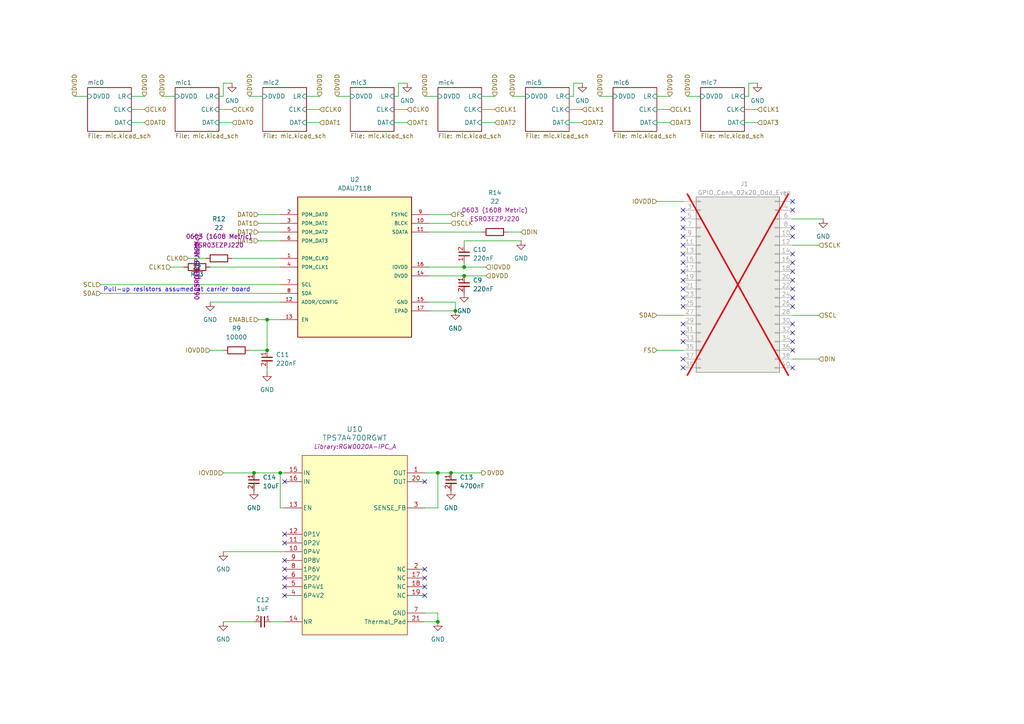
<source format=kicad_sch>
(kicad_sch (version 20250114) (generator "eeschema") (generator_version "9.0")
  (paper "A4")
  (title_block (title "Flycatcher") (date "2025-06-14") (rev "1"))
  (lib_symbols
    (symbol "power:GND" (power) (pin_numbers (hide yes)) (pin_names (offset 0) (hide yes))
      (property "Value" "GND" (at 0 -3.81 0))
      (symbol "GND_0_1"
        (polyline (pts (xy 0 0) (xy 0 -1.27) (xy 1.27 -1.27) (xy 0 -2.54) (xy -1.27 -1.27) (xy 0 -1.27)))
      )
      (symbol "GND_1_1"
        (pin power_in line (at 0 0 270) (length 0) (name "~") (number "1"))
      )
    )
    (symbol "recorder:ADAU7118" (pin_names (offset 1.016))
      (property "Reference" "U" (at 5.08 20.32 0))
      (property "Value" "ADAU7118" (at 5.08 17.78 0))
      (symbol "ADAU7118_0_0"
        (rectangle (start -17.78 17.78) (end 15.24 -22.86) (stroke (width 0.254)) (fill (type background)))
        (pin input line (at -22.86 12.7 0) (length 5.08) (name "PDM_DAT0") (number "2"))
        (pin input line (at -22.86 10.16 0) (length 5.08) (name "PDM_DAT1") (number "3"))
        (pin input line (at -22.86 7.62 0) (length 5.08) (name "PDM_DAT2") (number "5"))
        (pin input line (at -22.86 5.08 0) (length 5.08) (name "PDM_DAT3") (number "6"))
        (pin output line (at -22.86 0 0) (length 5.08) (name "PDM_CLK0") (number "1"))
        (pin output line (at -22.86 -2.54 0) (length 5.08) (name "PDM_CLK1") (number "4"))
        (pin input line (at -22.86 -7.62 0) (length 5.08) (name "SCL") (number "7"))
        (pin bidirectional line (at -22.86 -10.16 0) (length 5.08) (name "SDA") (number "8"))
        (pin bidirectional line (at -22.86 -12.7 0) (length 5.08) (name "ADDR/CONFIG") (number "12"))
        (pin input line (at -22.86 -17.78 0) (length 5.08) (name "EN") (number "13"))
        (pin input line (at 20.32 12.7 180) (length 5.08) (name "FSYNC") (number "9"))
        (pin input line (at 20.32 10.16 180) (length 5.08) (name "BLCK") (number "10"))
        (pin output line (at 20.32 7.62 180) (length 5.08) (name "SDATA") (number "11"))
        (pin power_in line (at 20.32 -2.54 180) (length 5.08) (name "IOVDD") (number "16"))
        (pin power_in line (at 20.32 -5.08 180) (length 5.08) (name "DVDD") (number "14"))
        (pin power_in line (at 20.32 -12.7 180) (length 5.08) (name "GND") (number "15"))
        (pin power_in line (at 20.32 -15.24 180) (length 5.08) (name "EPAD") (number "17"))
      )
    )
    (symbol "recorder:C_10uF" (pin_names (offset 0) (hide yes))
      (symbol "C_10uF_0_1"
        (polyline (pts (xy -1.524 0.508) (xy 1.524 0.508)) (stroke (width 0.3048)))
        (polyline (pts (xy -1.524 -0.508) (xy 1.524 -0.508)) (stroke (width 0.3302)))
      )
      (symbol "C_10uF_1_1"
        (pin passive line (at 0 2.54 270) (length 2.032) (name "~") (number "1"))
        (pin passive line (at 0 -2.54 90) (length 2.032) (name "~") (number "2"))
      )
    )
    (symbol "recorder:C_1uF" (pin_names (offset 0.254) (hide yes))
      (symbol "C_1uF_0_1"
        (polyline (pts (xy -1.524 0.508) (xy 1.524 0.508)) (stroke (width 0.3048)))
        (polyline (pts (xy -1.524 -0.508) (xy 1.524 -0.508)) (stroke (width 0.3302)))
      )
      (symbol "C_1uF_1_1"
        (pin passive line (at 0 2.54 270) (length 2.032) (name "~") (number "1"))
        (pin passive line (at 0 -2.54 90) (length 2.032) (name "~") (number "2"))
      )
    )
    (symbol "recorder:C_220nF" (pin_names (offset 0.254) (hide yes))
      (symbol "C_220nF_0_1"
        (polyline (pts (xy -1.524 0.508) (xy 1.524 0.508)) (stroke (width 0.3048)))
        (polyline (pts (xy -1.524 -0.508) (xy 1.524 -0.508)) (stroke (width 0.3302)))
      )
      (symbol "C_220nF_1_1"
        (pin passive line (at 0 2.54 270) (length 2.032) (name "~") (number "1"))
        (pin passive line (at 0 -2.54 90) (length 2.032) (name "~") (number "2"))
      )
    )
    (symbol "recorder:C_4700nF" (pin_names (offset 0.254) (hide yes))
      (symbol "C_4700nF_0_1"
        (polyline (pts (xy -1.524 0.508) (xy 1.524 0.508)) (stroke (width 0.3048)))
        (polyline (pts (xy -1.524 -0.508) (xy 1.524 -0.508)) (stroke (width 0.3302)))
      )
      (symbol "C_4700nF_1_1"
        (pin passive line (at 0 2.54 270) (length 2.032) (name "~") (number "1"))
        (pin passive line (at 0 -2.54 90) (length 2.032) (name "~") (number "2"))
      )
    )
    (symbol "recorder:GPIO_Conn_02x20_Odd_Even" (pin_names (offset 1.016) (hide yes))
      (property "Reference" "J" (at -10.16 26.67 0))
      (property "Value" "GPIO_Conn_02x20_Odd_Even" (at 8.89 -26.67 0))
      (symbol "GPIO_Conn_02x20_Odd_Even_1_1"
        (rectangle (start -12.7 25.4) (end 11.43 -25.4) (stroke (width 0.254)) (fill (type background)))
        (rectangle (start -12.7 24.257) (end -11.43 24.003) (stroke (width 0.1524)))
        (rectangle (start -12.7 21.717) (end -11.43 21.463) (stroke (width 0.1524)))
        (rectangle (start -12.7 19.177) (end -11.43 18.923) (stroke (width 0.1524)))
        (rectangle (start -12.7 16.637) (end -11.43 16.383) (stroke (width 0.1524)))
        (rectangle (start -12.7 14.097) (end -11.43 13.843) (stroke (width 0.1524)))
        (rectangle (start -12.7 11.557) (end -11.43 11.303) (stroke (width 0.1524)))
        (rectangle (start -12.7 9.017) (end -11.43 8.763) (stroke (width 0.1524)))
        (rectangle (start -12.7 6.477) (end -11.43 6.223) (stroke (width 0.1524)))
        (rectangle (start -12.7 3.937) (end -11.43 3.683) (stroke (width 0.1524)))
        (rectangle (start -12.7 1.397) (end -11.43 1.143) (stroke (width 0.1524)))
        (rectangle (start -12.7 -1.143) (end -11.43 -1.397) (stroke (width 0.1524)))
        (rectangle (start -12.7 -3.683) (end -11.43 -3.937) (stroke (width 0.1524)))
        (rectangle (start -12.7 -6.223) (end -11.43 -6.477) (stroke (width 0.1524)))
        (rectangle (start -12.7 -8.763) (end -11.43 -9.017) (stroke (width 0.1524)))
        (rectangle (start -12.7 -11.303) (end -11.43 -11.557) (stroke (width 0.1524)))
        (rectangle (start -12.7 -13.843) (end -11.43 -14.097) (stroke (width 0.1524)))
        (rectangle (start -12.7 -16.383) (end -11.43 -16.637) (stroke (width 0.1524)))
        (rectangle (start -12.7 -18.923) (end -11.43 -19.177) (stroke (width 0.1524)))
        (rectangle (start -12.7 -21.463) (end -11.43 -21.717) (stroke (width 0.1524)))
        (rectangle (start -12.7 -24.003) (end -11.43 -24.257) (stroke (width 0.1524)))
        (rectangle (start 11.43 24.257) (end 10.16 24.003) (stroke (width 0.1524)))
        (rectangle (start 11.43 21.717) (end 10.16 21.463) (stroke (width 0.1524)))
        (rectangle (start 11.43 19.177) (end 10.16 18.923) (stroke (width 0.1524)))
        (rectangle (start 11.43 16.637) (end 10.16 16.383) (stroke (width 0.1524)))
        (rectangle (start 11.43 14.097) (end 10.16 13.843) (stroke (width 0.1524)))
        (rectangle (start 11.43 11.557) (end 10.16 11.303) (stroke (width 0.1524)))
        (rectangle (start 11.43 9.017) (end 10.16 8.763) (stroke (width 0.1524)))
        (rectangle (start 11.43 6.477) (end 10.16 6.223) (stroke (width 0.1524)))
        (rectangle (start 11.43 3.937) (end 10.16 3.683) (stroke (width 0.1524)))
        (rectangle (start 11.43 1.397) (end 10.16 1.143) (stroke (width 0.1524)))
        (rectangle (start 11.43 -1.143) (end 10.16 -1.397) (stroke (width 0.1524)))
        (rectangle (start 11.43 -3.683) (end 10.16 -3.937) (stroke (width 0.1524)))
        (rectangle (start 11.43 -6.223) (end 10.16 -6.477) (stroke (width 0.1524)))
        (rectangle (start 11.43 -8.763) (end 10.16 -9.017) (stroke (width 0.1524)))
        (rectangle (start 11.43 -11.303) (end 10.16 -11.557) (stroke (width 0.1524)))
        (rectangle (start 11.43 -13.843) (end 10.16 -14.097) (stroke (width 0.1524)))
        (rectangle (start 11.43 -16.383) (end 10.16 -16.637) (stroke (width 0.1524)))
        (rectangle (start 11.43 -18.923) (end 10.16 -19.177) (stroke (width 0.1524)))
        (rectangle (start 11.43 -21.463) (end 10.16 -21.717) (stroke (width 0.1524)))
        (rectangle (start 11.43 -24.003) (end 10.16 -24.257) (stroke (width 0.1524)))
        (pin power_out line (at -16.51 24.13 0) (length 3.81) (name "3V3") (number "1"))
        (pin bidirectional line (at -16.51 21.59 0) (length 3.81) (name "I2C1_SDA") (number "3"))
        (pin bidirectional line (at -16.51 19.05 0) (length 3.81) (name "I2C1_SCL") (number "5"))
        (pin bidirectional line (at -16.51 16.51 0) (length 3.81) (name "GPIO09") (number "7"))
        (pin power_in line (at -16.51 13.97 0) (length 3.81) (name "GND") (number "9"))
        (pin output line (at -16.51 11.43 0) (length 3.81) (name "UART_RTS") (number "11"))
        (pin output line (at -16.51 8.89 0) (length 3.81) (name "SPI1_SCK") (number "13"))
        (pin bidirectional line (at -16.51 6.35 0) (length 3.81) (name "GPIO12") (number "15"))
        (pin power_out line (at -16.51 3.81 0) (length 3.81) (name "3V3") (number "17"))
        (pin bidirectional line (at -16.51 1.27 0) (length 3.81) (name "SPI0_MOSI") (number "19"))
        (pin bidirectional line (at -16.51 -1.27 0) (length 3.81) (name "SPI_MISO") (number "21"))
        (pin output line (at -16.51 -3.81 0) (length 3.81) (name "SPI0_SCK") (number "23"))
        (pin power_in line (at -16.51 -6.35 0) (length 3.81) (name "GND") (number "25"))
        (pin bidirectional line (at -16.51 -8.89 0) (length 3.81) (name "I2C0_SDA") (number "27"))
        (pin bidirectional line (at -16.51 -11.43 0) (length 3.81) (name "GPIO01") (number "29"))
        (pin bidirectional line (at -16.51 -13.97 0) (length 3.81) (name "GPIO11") (number "31"))
        (pin bidirectional line (at -16.51 -16.51 0) (length 3.81) (name "GPIO13") (number "33"))
        (pin output line (at -16.51 -19.05 0) (length 3.81) (name "I2S0_FS") (number "35"))
        (pin bidirectional line (at -16.51 -21.59 0) (length 3.81) (name "SPI1_MOSI") (number "37"))
        (pin power_in line (at -16.51 -24.13 0) (length 3.81) (name "GND") (number "39"))
        (pin power_out line (at 15.24 24.13 180) (length 3.81) (name "5V") (number "2"))
        (pin power_out line (at 15.24 21.59 180) (length 3.81) (name "5V") (number "4"))
        (pin power_in line (at 15.24 19.05 180) (length 3.81) (name "GND") (number "6"))
        (pin input line (at 15.24 16.51 180) (length 3.81) (name "UART1_TXD") (number "8"))
        (pin input line (at 15.24 13.97 180) (length 3.81) (name "UART1_RXD") (number "10"))
        (pin output line (at 15.24 11.43 180) (length 3.81) (name "I2S0_SCLK") (number "12"))
        (pin power_in line (at 15.24 8.89 180) (length 3.81) (name "GND") (number "14"))
        (pin bidirectional line (at 15.24 6.35 180) (length 3.81) (name "SPI1_CS1") (number "16"))
        (pin bidirectional line (at 15.24 3.81 180) (length 3.81) (name "SPI1_CS0") (number "18"))
        (pin power_in line (at 15.24 1.27 180) (length 3.81) (name "GND") (number "20"))
        (pin bidirectional line (at 15.24 -1.27 180) (length 3.81) (name "SPI1_MISO") (number "22"))
        (pin bidirectional line (at 15.24 -3.81 180) (length 3.81) (name "SPI0_CS0") (number "24"))
        (pin bidirectional line (at 15.24 -6.35 180) (length 3.81) (name "SPI0_CS1") (number "26"))
        (pin bidirectional line (at 15.24 -8.89 180) (length 3.81) (name "I2C0_SCL") (number "28"))
        (pin power_in line (at 15.24 -11.43 180) (length 3.81) (name "GND") (number "30"))
        (pin bidirectional line (at 15.24 -13.97 180) (length 3.81) (name "GPIO07") (number "32"))
        (pin power_in line (at 15.24 -16.51 180) (length 3.81) (name "GND") (number "34"))
        (pin input line (at 15.24 -19.05 180) (length 3.81) (name "UART1_CTS") (number "36"))
        (pin input line (at 15.24 -21.59 180) (length 3.81) (name "I2S0_DIN") (number "38"))
        (pin output line (at 15.24 -24.13 180) (length 3.81) (name "I2S0_DOUT") (number "40"))
      )
    )
    (symbol "recorder:R_10000" (pin_numbers (hide yes)) (pin_names (offset 0))
      (property "Reference" "R" (at 2.032 0 90))
      (property "Value" "10000" (at 0 0 90))
      (symbol "R_10000_0_1"
        (rectangle (start -1.016 2.54) (end 1.016 -2.54) (stroke (width 0.254)))
      )
      (symbol "R_10000_1_1"
        (pin passive line (at 0 3.81 270) (length 1.27) (name "~") (number "1"))
        (pin passive line (at 0 -3.81 90) (length 1.27) (name "~") (number "2"))
      )
    )
    (symbol "recorder:R_22" (pin_numbers (hide yes)) (pin_names (offset 0))
      (property "Reference" "R" (at 2.032 0 90))
      (property "Value" "22" (at 0 0 90))
      (symbol "R_22_0_1"
        (rectangle (start -1.016 2.54) (end 1.016 -2.54) (stroke (width 0.254)))
      )
      (symbol "R_22_1_1"
        (pin passive line (at 0 3.81 270) (length 1.27) (name "~") (number "1"))
        (pin passive line (at 0 -3.81 90) (length 1.27) (name "~") (number "2"))
      )
    )
    (symbol "recorder:TPS7A4700RGWT" (pin_names (offset 0.254))
      (property "Reference" "U" (at 0 2.54 0))
      (property "Value" "TPS7A4700RGWT" (at 0 0 0))
      (property "Footprint" "Library:RGW0020A-IPC_A" (at 0 0 0))
      (symbol "TPS7A4700RGWT_0_1"
        (rectangle (start 5.08 5.08) (end 35.56 -46.99) (fill (type background)))
        (pin power_in line (at 0 0 0) (length 5.08) (name "IN") (number "15"))
        (pin power_in line (at 0 -2.54 0) (length 5.08) (name "IN") (number "16"))
        (pin input line (at 0 -10.16 0) (length 5.08) (name "EN") (number "13"))
        (pin unspecified line (at 0 -17.78 0) (length 5.08) (name "0P1V") (number "12"))
        (pin unspecified line (at 0 -20.32 0) (length 5.08) (name "0P2V") (number "11"))
        (pin unspecified line (at 0 -22.86 0) (length 5.08) (name "0P4V") (number "10"))
        (pin unspecified line (at 0 -25.4 0) (length 5.08) (name "0P8V") (number "9"))
        (pin unspecified line (at 0 -27.94 0) (length 5.08) (name "1P6V") (number "8"))
        (pin unspecified line (at 0 -30.48 0) (length 5.08) (name "3P2V") (number "6"))
        (pin unspecified line (at 0 -33.02 0) (length 5.08) (name "6P4V1") (number "5"))
        (pin unspecified line (at 0 -35.56 0) (length 5.08) (name "6P4V2") (number "4"))
        (pin unspecified line (at 0 -43.18 0) (length 5.08) (name "NR") (number "14"))
        (pin power_in line (at 40.64 0 180) (length 5.08) (name "OUT") (number "1"))
        (pin power_in line (at 40.64 -2.54 180) (length 5.08) (name "OUT") (number "20"))
        (pin unspecified line (at 40.64 -10.16 180) (length 5.08) (name "SENSE_FB") (number "3"))
        (pin unspecified line (at 40.64 -27.94 180) (length 5.08) (name "NC") (number "2"))
        (pin unspecified line (at 40.64 -30.48 180) (length 5.08) (name "NC") (number "17"))
        (pin unspecified line (at 40.64 -33.02 180) (length 5.08) (name "NC") (number "18"))
        (pin unspecified line (at 40.64 -35.56 180) (length 5.08) (name "NC") (number "19"))
        (pin power_in line (at 40.64 -40.64 180) (length 5.08) (name "GND") (number "7"))
        (pin power_in line (at 40.64 -43.18 180) (length 5.08) (name "Thermal_Pad") (number "21"))
      )
    )
  )
  (text "Pull-up resistors assumed at carrier board" (at 51.308 84.074 0) (effects (font (size 1.27 1.27))))
  (junction (at 73.66 137.16))
  (junction (at 77.47 101.6))
  (junction (at 127 137.16))
  (junction (at 134.62 77.47))
  (junction (at 130.81 137.16))
  (junction (at 134.62 80.01))
  (junction (at 127 180.34))
  (junction (at 132.08 90.17))
  (junction (at 81.28 137.16))
  (junction (at 77.47 92.71))
  (no_connect (at 82.55 157.48))
  (no_connect (at 198.12 96.52))
  (no_connect (at 82.55 167.64))
  (no_connect (at 229.87 88.9))
  (no_connect (at 82.55 162.56))
  (no_connect (at 82.55 165.1))
  (no_connect (at 82.55 154.94))
  (no_connect (at 123.19 172.72))
  (no_connect (at 82.55 172.72))
  (no_connect (at 198.12 68.58))
  (no_connect (at 198.12 86.36))
  (no_connect (at 229.87 68.58))
  (no_connect (at 229.87 101.6))
  (no_connect (at 229.87 78.74))
  (no_connect (at 229.87 60.96))
  (no_connect (at 123.19 165.1))
  (no_connect (at 229.87 73.66))
  (no_connect (at 229.87 96.52))
  (no_connect (at 123.19 167.64))
  (no_connect (at 123.19 139.7))
  (no_connect (at 229.87 58.42))
  (no_connect (at 229.87 86.36))
  (no_connect (at 198.12 106.68))
  (no_connect (at 198.12 104.14))
  (no_connect (at 198.12 60.96))
  (no_connect (at 229.87 81.28))
  (no_connect (at 198.12 93.98))
  (no_connect (at 198.12 99.06))
  (no_connect (at 229.87 66.04))
  (no_connect (at 198.12 83.82))
  (no_connect (at 82.55 139.7))
  (no_connect (at 229.87 106.68))
  (no_connect (at 229.87 99.06))
  (no_connect (at 198.12 88.9))
  (no_connect (at 198.12 76.2))
  (no_connect (at 229.87 83.82))
  (no_connect (at 198.12 66.04))
  (no_connect (at 82.55 170.18))
  (no_connect (at 198.12 81.28))
  (no_connect (at 229.87 76.2))
  (no_connect (at 198.12 71.12))
  (no_connect (at 123.19 170.18))
  (no_connect (at 229.87 93.98))
  (no_connect (at 198.12 78.74))
  (no_connect (at 198.12 73.66))
  (no_connect (at 198.12 63.5))
  (wire (pts (xy 166.37 24.13) (xy 166.37 27.94)))
  (wire (pts (xy 82.55 147.32) (xy 81.28 147.32)))
  (wire (pts (xy 124.46 77.47) (xy 134.62 77.47)))
  (wire (pts (xy 124.46 90.17) (xy 132.08 90.17)))
  (wire (pts (xy 147.32 67.31) (xy 151.13 67.31)))
  (wire (pts (xy 165.1 31.75) (xy 168.91 31.75)))
  (wire (pts (xy 127 177.8) (xy 127 180.34)))
  (wire (pts (xy 63.5 35.56) (xy 67.31 35.56)))
  (wire (pts (xy 21.59 27.94) (xy 25.4 27.94)))
  (wire (pts (xy 74.93 69.85) (xy 81.28 69.85)))
  (wire (pts (xy 54.61 74.93) (xy 59.69 74.93)))
  (wire (pts (xy 115.57 27.94) (xy 114.3 27.94)))
  (wire (pts (xy 165.1 35.56) (xy 168.91 35.56)))
  (wire (pts (xy 127 137.16) (xy 130.81 137.16)))
  (wire (pts (xy 134.62 80.01) (xy 140.97 80.01)))
  (wire (pts (xy 74.93 67.31) (xy 81.28 67.31)))
  (wire (pts (xy 115.57 24.13) (xy 115.57 27.94)))
  (wire (pts (xy 115.57 24.13) (xy 118.11 24.13)))
  (wire (pts (xy 63.5 31.75) (xy 67.31 31.75)))
  (wire (pts (xy 97.79 27.94) (xy 101.6 27.94)))
  (wire (pts (xy 114.3 31.75) (xy 118.11 31.75)))
  (wire (pts (xy 134.62 76.2) (xy 134.62 77.47)))
  (wire (pts (xy 123.19 27.94) (xy 127 27.94)))
  (wire (pts (xy 123.19 147.32) (xy 127 147.32)))
  (wire (pts (xy 132.08 87.63) (xy 124.46 87.63)))
  (wire (pts (xy 72.39 101.6) (xy 77.47 101.6)))
  (wire (pts (xy 60.96 77.47) (xy 81.28 77.47)))
  (wire (pts (xy 217.17 24.13) (xy 217.17 27.94)))
  (wire (pts (xy 127 147.32) (xy 127 137.16)))
  (wire (pts (xy 124.46 67.31) (xy 139.7 67.31)))
  (wire (pts (xy 73.66 137.16) (xy 81.28 137.16)))
  (wire (pts (xy 74.93 64.77) (xy 81.28 64.77)))
  (wire (pts (xy 81.28 137.16) (xy 82.55 137.16)))
  (wire (pts (xy 46.99 27.94) (xy 50.8 27.94)))
  (wire (pts (xy 124.46 62.23) (xy 130.81 62.23)))
  (wire (pts (xy 134.62 77.47) (xy 140.97 77.47)))
  (wire (pts (xy 60.96 87.63) (xy 81.28 87.63)))
  (wire (pts (xy 64.77 24.13) (xy 64.77 27.94)))
  (wire (pts (xy 74.93 92.71) (xy 77.47 92.71)))
  (wire (pts (xy 88.9 35.56) (xy 92.71 35.56)))
  (wire (pts (xy 38.1 35.56) (xy 41.91 35.56)))
  (wire (pts (xy 132.08 90.17) (xy 132.08 87.63)))
  (wire (pts (xy 217.17 27.94) (xy 215.9 27.94)))
  (wire (pts (xy 64.77 137.16) (xy 73.66 137.16)))
  (wire (pts (xy 130.81 137.16) (xy 139.7 137.16)))
  (wire (pts (xy 190.5 31.75) (xy 194.31 31.75)))
  (wire (pts (xy 38.1 31.75) (xy 41.91 31.75)))
  (wire (pts (xy 229.87 63.5) (xy 238.76 63.5)))
  (wire (pts (xy 38.1 27.94) (xy 41.91 27.94)))
  (wire (pts (xy 139.7 35.56) (xy 143.51 35.56)))
  (wire (pts (xy 29.21 85.09) (xy 81.28 85.09)))
  (wire (pts (xy 166.37 27.94) (xy 165.1 27.94)))
  (wire (pts (xy 134.62 69.85) (xy 151.13 69.85)))
  (wire (pts (xy 190.5 58.42) (xy 198.12 58.42)))
  (wire (pts (xy 148.59 27.94) (xy 152.4 27.94)))
  (wire (pts (xy 64.77 101.6) (xy 60.96 101.6)))
  (wire (pts (xy 123.19 177.8) (xy 127 177.8)))
  (wire (pts (xy 77.47 92.71) (xy 81.28 92.71)))
  (wire (pts (xy 29.21 82.55) (xy 81.28 82.55)))
  (wire (pts (xy 215.9 31.75) (xy 219.71 31.75)))
  (wire (pts (xy 190.5 35.56) (xy 194.31 35.56)))
  (wire (pts (xy 77.47 101.6) (xy 77.47 92.71)))
  (wire (pts (xy 77.47 106.68) (xy 77.47 107.95)))
  (wire (pts (xy 114.3 35.56) (xy 118.11 35.56)))
  (wire (pts (xy 139.7 31.75) (xy 143.51 31.75)))
  (wire (pts (xy 229.87 71.12) (xy 237.49 71.12)))
  (wire (pts (xy 67.31 74.93) (xy 81.28 74.93)))
  (wire (pts (xy 217.17 24.13) (xy 219.71 24.13)))
  (wire (pts (xy 88.9 27.94) (xy 92.71 27.94)))
  (wire (pts (xy 215.9 35.56) (xy 219.71 35.56)))
  (wire (pts (xy 124.46 64.77) (xy 130.81 64.77)))
  (wire (pts (xy 229.87 91.44) (xy 237.49 91.44)))
  (wire (pts (xy 199.39 27.94) (xy 203.2 27.94)))
  (wire (pts (xy 124.46 80.01) (xy 134.62 80.01)))
  (wire (pts (xy 173.99 27.94) (xy 177.8 27.94)))
  (wire (pts (xy 64.77 180.34) (xy 73.66 180.34)))
  (wire (pts (xy 166.37 24.13) (xy 168.91 24.13)))
  (wire (pts (xy 74.93 62.23) (xy 81.28 62.23)))
  (wire (pts (xy 139.7 27.94) (xy 143.51 27.94)))
  (wire (pts (xy 229.87 104.14) (xy 237.49 104.14)))
  (wire (pts (xy 190.5 91.44) (xy 198.12 91.44)))
  (wire (pts (xy 64.77 160.02) (xy 82.55 160.02)))
  (wire (pts (xy 134.62 69.85) (xy 134.62 71.12)))
  (wire (pts (xy 64.77 27.94) (xy 63.5 27.94)))
  (wire (pts (xy 64.77 24.13) (xy 67.31 24.13)))
  (wire (pts (xy 123.19 180.34) (xy 127 180.34)))
  (wire (pts (xy 81.28 147.32) (xy 81.28 137.16)))
  (wire (pts (xy 49.53 77.47) (xy 53.34 77.47)))
  (wire (pts (xy 190.5 27.94) (xy 194.31 27.94)))
  (wire (pts (xy 88.9 31.75) (xy 92.71 31.75)))
  (wire (pts (xy 123.19 137.16) (xy 127 137.16)))
  (wire (pts (xy 72.39 27.94) (xy 76.2 27.94)))
  (wire (pts (xy 78.74 180.34) (xy 82.55 180.34)))
  (wire (pts (xy 190.5 101.6) (xy 198.12 101.6)))
  (hierarchical_label "ENABLE" (shape input) (at 74.93 92.71 180))
  (hierarchical_label "DVDD" (shape input) (at 199.39 27.94 90))
  (hierarchical_label "DAT2" (shape input) (at 74.93 67.31 180))
  (hierarchical_label "DAT3" (shape input) (at 219.71 35.56 0))
  (hierarchical_label "DVDD" (shape input) (at 173.99 27.94 90))
  (hierarchical_label "DAT0" (shape input) (at 74.93 62.23 180))
  (hierarchical_label "SCL" (shape input) (at 29.21 82.55 180))
  (hierarchical_label "CLK0" (shape input) (at 41.91 31.75 0))
  (hierarchical_label "DIN" (shape input) (at 237.49 104.14 0))
  (hierarchical_label "IOVDD" (shape input) (at 190.5 58.42 180))
  (hierarchical_label "CLK1" (shape input) (at 168.91 31.75 0))
  (hierarchical_label "DVDD" (shape input) (at 21.59 27.94 90))
  (hierarchical_label "FS" (shape input) (at 130.81 62.23 0))
  (hierarchical_label "DIN" (shape input) (at 151.13 67.31 0))
  (hierarchical_label "CLK1" (shape input) (at 219.71 31.75 0))
  (hierarchical_label "DVDD" (shape input) (at 41.91 27.94 90))
  (hierarchical_label "DVDD" (shape input) (at 148.59 27.94 90))
  (hierarchical_label "DAT1" (shape input) (at 92.71 35.56 0))
  (hierarchical_label "DAT2" (shape input) (at 143.51 35.56 0))
  (hierarchical_label "CLK0" (shape input) (at 67.31 31.75 0))
  (hierarchical_label "DAT0" (shape input) (at 41.91 35.56 0))
  (hierarchical_label "CLK1" (shape input) (at 194.31 31.75 0))
  (hierarchical_label "DVDD" (shape input) (at 143.51 27.94 90))
  (hierarchical_label "DVDD" (shape output) (at 139.7 137.16 0))
  (hierarchical_label "DVDD" (shape input) (at 92.71 27.94 90))
  (hierarchical_label "CLK1" (shape input) (at 143.51 31.75 0))
  (hierarchical_label "SDA" (shape input) (at 29.21 85.09 180))
  (hierarchical_label "IOVDD" (shape input) (at 140.97 77.47 0))
  (hierarchical_label "SCLK" (shape input) (at 130.81 64.77 0))
  (hierarchical_label "DVDD" (shape input) (at 123.19 27.94 90))
  (hierarchical_label "DAT3" (shape input) (at 194.31 35.56 0))
  (hierarchical_label "CLK0" (shape input) (at 118.11 31.75 0))
  (hierarchical_label "DVDD" (shape input) (at 194.31 27.94 90))
  (hierarchical_label "SDA" (shape input) (at 190.5 91.44 180))
  (hierarchical_label "DVDD" (shape input) (at 140.97 80.01 0))
  (hierarchical_label "DVDD" (shape input) (at 97.79 27.94 90))
  (hierarchical_label "IOVDD" (shape input) (at 64.77 137.16 180))
  (hierarchical_label "FS" (shape input) (at 190.5 101.6 180))
  (hierarchical_label "DAT1" (shape input) (at 74.93 64.77 180))
  (hierarchical_label "DAT2" (shape input) (at 168.91 35.56 0))
  (hierarchical_label "SCLK" (shape input) (at 237.49 71.12 0))
  (hierarchical_label "DAT0" (shape input) (at 67.31 35.56 0))
  (hierarchical_label "CLK1" (shape input) (at 49.53 77.47 180))
  (hierarchical_label "DVDD" (shape input) (at 72.39 27.94 90))
  (hierarchical_label "CLK0" (shape input) (at 92.71 31.75 0))
  (hierarchical_label "DVDD" (shape input) (at 46.99 27.94 90))
  (hierarchical_label "IOVDD" (shape input) (at 60.96 101.6 180))
  (hierarchical_label "CLK0" (shape input) (at 54.61 74.93 180))
  (hierarchical_label "DAT1" (shape input) (at 118.11 35.56 0))
  (hierarchical_label "DAT3" (shape input) (at 74.93 69.85 180))
  (hierarchical_label "SCL" (shape input) (at 237.49 91.44 0))
  (symbol (lib_id "recorder:C_220nF") (at 77.47 104.14 0) (unit 1)
    (property "Reference" "C11" (at 80.01 102.8762 0) (effects (justify left)))
    (property "Value" "220nF" (at 80.01 105.4162 0) (effects (justify left)))
    (property "Footprint" "Library:C_0603_1608Metric" (effects (hide yes)))
    (property "Description" "Unpolarized capacitor, small symbol" (effects (hide yes)))
    (property "MPN" " 06036C223KAT2A" (effects (hide yes)))
    (property "Package" "0603 (1608 Metric)" (effects (hide yes)))
    (property "LCSC" "C106250" (effects (hide yes)))
  )
  (symbol (lib_id "recorder:GPIO_Conn_02x20_Odd_Even") (at 214.63 82.55 0) (unit 1) (dnp yes)
    (property "Reference" "J1" (at 215.9 53.34 0))
    (property "Value" "GPIO_Conn_02x20_Odd_Even" (at 215.9 55.88 0))
    (property "Footprint" "Library:PinHeader_2x20_P2.54mm_Vertical" (effects (hide yes)))
    (property "Description" "Generic connector, double row, 02x20, odd/even pin numbering scheme (row 1 odd numbers, row 2 even numbers), script generated (kicad-library-utils/schlib/autogen/connector/)" (effects (hide yes)))
    (property "MPN" "TSW-110-14-L-D" (effects (hide yes)))
    (property "Manufacturer" "Samtec" (effects (hide yes)))
    (property "Package" "2x20 Pin Header, 2.54mm Pitch" (effects (hide yes)))
    (property "LCSC" "C5224014" (effects (hide yes)))
  )
  (symbol (lib_id "recorder:R_22") (at 57.15 77.47 270) (unit 1)
    (property "Reference" "R13" (at 57.15 79.502 90))
    (property "Value" "22" (at 57.15 77.47 90))
    (property "Footprint" "Library:R_0603_1608Metric" (effects (hide yes)))
    (property "Description" "Resistor" (effects (hide yes)))
    (property "Package" "0603 (1608 Metric)" (at 57.15 77.47 0))
    (property "MPN" "ESR03EZPJ220" (at 57.15 77.47 0))
    (property "LCSC" "C23345" (effects (hide yes)))
  )
  (symbol (lib_id "recorder:R_22") (at 143.51 67.31 270) (unit 1)
    (property "Reference" "R14" (at 143.51 55.88 90))
    (property "Value" "22" (at 143.51 58.42 90))
    (property "Footprint" "Library:R_0603_1608Metric" (effects (hide yes)))
    (property "Description" "Resistor" (effects (hide yes)))
    (property "Package" "0603 (1608 Metric)" (at 143.51 60.96 90))
    (property "MPN" "ESR03EZPJ220" (at 143.51 63.5 90))
    (property "LCSC" "C23345" (effects (hide yes)))
  )
  (symbol (lib_id "recorder:R_10000") (at 68.58 101.6 270) (unit 1)
    (property "Reference" "R9" (at 68.58 95.25 90))
    (property "Value" "10000" (at 68.58 97.79 90))
    (property "Footprint" "Library:R_0603_1608Metric" (effects (hide yes)))
    (property "Description" "Resistor" (effects (hide yes)))
    (property "Package" "0603 (1608 Metric)" (effects (hide yes)))
    (property "MPN" "RNCE0603BTE10K0" (effects (hide yes)))
    (property "LCSC" "C25804" (effects (hide yes)))
  )
  (symbol (lib_id "recorder:R_22") (at 63.5 74.93 270) (unit 1)
    (property "Reference" "R12" (at 63.5 63.5 90))
    (property "Value" "22" (at 63.5 66.04 90))
    (property "Footprint" "Library:R_0603_1608Metric" (effects (hide yes)))
    (property "Description" "Resistor" (effects (hide yes)))
    (property "Package" "0603 (1608 Metric)" (at 63.5 68.58 90))
    (property "MPN" "ESR03EZPJ220" (at 63.5 71.12 90))
    (property "LCSC" "C23345" (effects (hide yes)))
  )
  (symbol (lib_id "power:GND") (at 151.13 69.85 0) (unit 1)
    (property "Reference" "#PWR38" (effects (hide yes)))
    (property "Value" "GND" (at 151.13 74.93 0))
    (property "Description" "Power symbol creates a global label with name \"GND\" , ground" (effects (hide yes)))
  )
  (symbol (lib_id "power:GND") (at 127 180.34 0) (unit 1)
    (property "Reference" "#PWR16" (effects (hide yes)))
    (property "Value" "GND" (at 127 185.42 0))
    (property "Description" "Power symbol creates a global label with name \"GND\" , ground" (effects (hide yes)))
  )
  (symbol (lib_id "power:GND") (at 64.77 160.02 0) (unit 1)
    (property "Reference" "#PWR3" (effects (hide yes)))
    (property "Value" "GND" (at 64.77 165.1 0))
    (property "Description" "Power symbol creates a global label with name \"GND\" , ground" (effects (hide yes)))
  )
  (symbol (lib_id "recorder:C_4700nF") (at 130.81 139.7 0) (unit 1)
    (property "Reference" "C13" (at 133.35 138.4362 0) (effects (justify left)))
    (property "Value" "4700nF" (at 133.35 140.9762 0) (effects (justify left)))
    (property "Footprint" "Library:C_0603_1608Metric" (effects (hide yes)))
    (property "Description" "Unpolarized capacitor, small symbol" (effects (hide yes)))
    (property "MPN" "MCASJ168BD7475KTCA01" (effects (hide yes)))
    (property "Package" "0603 (1608 Metric)" (effects (hide yes)))
    (property "LCSC" "C107368" (effects (hide yes)))
  )
  (symbol (lib_id "power:GND") (at 134.62 85.09 0) (unit 1)
    (property "Reference" "#PWR39" (effects (hide yes)))
    (property "Value" "GND" (at 134.62 90.17 0))
    (property "Description" "Power symbol creates a global label with name \"GND\" , ground" (effects (hide yes)))
  )
  (symbol (lib_id "recorder:C_220nF") (at 134.62 73.66 180) (unit 1)
    (property "Reference" "C10" (at 137.16 72.3835 0) (effects (justify right)))
    (property "Value" "220nF" (at 137.16 74.9235 0) (effects (justify right)))
    (property "Footprint" "Library:C_0603_1608Metric" (effects (hide yes)))
    (property "Description" "Unpolarized capacitor, small symbol" (effects (hide yes)))
    (property "MPN" " 06036C223KAT2A" (effects (hide yes)))
    (property "Package" "0603 (1608 Metric)" (effects (hide yes)))
    (property "LCSC" "C106250" (effects (hide yes)))
  )
  (symbol (lib_id "power:GND") (at 73.66 142.24 0) (unit 1)
    (property "Reference" "#PWR19" (effects (hide yes)))
    (property "Value" "GND" (at 73.66 147.32 0))
    (property "Description" "Power symbol creates a global label with name \"GND\" , ground" (effects (hide yes)))
  )
  (symbol (lib_id "power:GND") (at 132.08 90.17 0) (unit 1)
    (property "Reference" "#PWR35" (effects (hide yes)))
    (property "Value" "GND" (at 132.08 95.25 0))
    (property "Description" "Power symbol creates a global label with name \"GND\" , ground" (effects (hide yes)))
  )
  (symbol (lib_id "power:GND") (at 118.11 24.13 0) (unit 1)
    (property "Reference" "#PWR18" (effects (hide yes)))
    (property "Value" "GND" (at 118.11 29.21 0))
    (property "Description" "Power symbol creates a global label with name \"GND\" , ground" (effects (hide yes)))
  )
  (symbol (lib_id "power:GND") (at 64.77 180.34 0) (unit 1)
    (property "Reference" "#PWR4" (effects (hide yes)))
    (property "Value" "GND" (at 64.77 185.42 0))
    (property "Description" "Power symbol creates a global label with name \"GND\" , ground" (effects (hide yes)))
  )
  (symbol (lib_id "recorder:C_220nF") (at 134.62 82.55 0) (unit 1)
    (property "Reference" "C9" (at 137.16 81.2862 0) (effects (justify left)))
    (property "Value" "220nF" (at 137.16 83.8262 0) (effects (justify left)))
    (property "Footprint" "Library:C_0603_1608Metric" (effects (hide yes)))
    (property "Description" "Unpolarized capacitor, small symbol" (effects (hide yes)))
    (property "MPN" " 06036C223KAT2A" (effects (hide yes)))
    (property "Package" "0603 (1608 Metric)" (effects (hide yes)))
    (property "LCSC" "C106250" (effects (hide yes)))
  )
  (symbol (lib_id "power:GND") (at 238.76 63.5 0) (unit 1)
    (property "Reference" "#PWR2" (effects (hide yes)))
    (property "Value" "GND" (at 238.76 68.58 0))
    (property "Description" "Power symbol creates a global label with name \"GND\" , ground" (effects (hide yes)))
  )
  (symbol (lib_id "power:GND") (at 77.47 107.95 0) (unit 1)
    (property "Reference" "#PWR40" (effects (hide yes)))
    (property "Value" "GND" (at 77.47 113.03 0))
    (property "Description" "Power symbol creates a global label with name \"GND\" , ground" (effects (hide yes)))
  )
  (symbol (lib_id "power:GND") (at 67.31 24.13 0) (unit 1)
    (property "Reference" "#PWR17" (effects (hide yes)))
    (property "Value" "GND" (at 67.31 29.21 0))
    (property "Description" "Power symbol creates a global label with name \"GND\" , ground" (effects (hide yes)))
  )
  (symbol (lib_id "recorder:TPS7A4700RGWT") (at 82.55 137.16 0) (unit 1)
    (property "Reference" "U10" (at 102.87 124.46 0) (effects (font (size 1.524 1.524))))
    (property "Value" "TPS7A4700RGWT" (at 102.87 127 0) (effects (font (size 1.524 1.524))))
    (property "Footprint" "Library:RGW0020A-IPC_A" (at 102.87 129.54 0) (effects (font (italic yes))))
    (property "Datasheet" "TPS7A4700RGWT" (effects (hide yes)))
    (property "Package" "VQFN-20" (effects (hide yes)))
    (property "MPN" "TPS7A4700RGWT" (effects (hide yes)))
    (property "Manufacturer" "Texas Instruments" (effects (hide yes)))
    (property "LCSC" "C28286" (effects (hide yes)))
  )
  (symbol (lib_id "recorder:C_10uF") (at 73.66 139.7 0) (unit 1)
    (property "Reference" "C14" (at 76.2 138.4362 0) (effects (justify left)))
    (property "Value" "10uF" (at 76.2 140.9762 0) (effects (justify left)))
    (property "Footprint" "Library:C_0603_1608Metric" (effects (hide yes)))
    (property "Description" "Unpolarized capacitor, small symbol" (effects (hide yes)))
    (property "MPN" "CL10B106MQ8NRNC" (effects (hide yes)))
    (property "Package" "0603 (1608 Metric)" (effects (hide yes)))
    (property "LCSC" "C3039698" (effects (hide yes)))
  )
  (symbol (lib_id "power:GND") (at 168.91 24.13 0) (unit 1)
    (property "Reference" "#PWR20" (effects (hide yes)))
    (property "Value" "GND" (at 168.91 29.21 0))
    (property "Description" "Power symbol creates a global label with name \"GND\" , ground" (effects (hide yes)))
  )
  (symbol (lib_id "recorder:ADAU7118") (at 104.14 74.93 0) (unit 1)
    (property "Reference" "U2" (at 102.87 52.07 0))
    (property "Value" "ADAU7118" (at 102.87 54.61 0))
    (property "Footprint" "Library:LFCSP-16" (effects (hide yes)))
    (property "Manufacturer" "Analog Devices" (effects (hide yes)))
    (property "Description_1" "PDM to I2S/TDM Converter 192ksps 24bit 16-Pin LFCSP EP T/R" (effects (hide yes)))
    (property "Package" "LFCSP-16" (effects (hide yes)))
    (property "MP" "ADAU7118" (effects (hide yes)))
    (property "MPN" "ADAU7118ACPZRL" (effects (hide yes)))
    (property "LCSC" "C654437" (effects (hide yes)))
  )
  (symbol (lib_id "power:GND") (at 130.81 142.24 0) (unit 1)
    (property "Reference" "#PWR21" (effects (hide yes)))
    (property "Value" "GND" (at 130.81 147.32 0))
    (property "Description" "Power symbol creates a global label with name \"GND\" , ground" (effects (hide yes)))
  )
  (symbol (lib_id "power:GND") (at 219.71 24.13 0) (unit 1)
    (property "Reference" "#PWR26" (effects (hide yes)))
    (property "Value" "GND" (at 219.71 29.21 0))
    (property "Description" "Power symbol creates a global label with name \"GND\" , ground" (effects (hide yes)))
  )
  (symbol (lib_id "recorder:C_1uF") (at 76.2 180.34 270) (unit 1)
    (property "Reference" "C12" (at 76.1936 173.99 90))
    (property "Value" "1uF" (at 76.1936 176.53 90))
    (property "Footprint" "Library:C_0603_1608Metric" (effects (hide yes)))
    (property "Description" "Unpolarized capacitor, small symbol" (effects (hide yes)))
    (property "MPN" "06036C105MAT2A" (effects (hide yes)))
    (property "Package" "0603 (1608 Metric)" (effects (hide yes)))
    (property "LCSC" "C105524" (effects (hide yes)))
  )
  (symbol (lib_id "power:GND") (at 60.96 87.63 0) (unit 1)
    (property "Reference" "#PWR36" (effects (hide yes)))
    (property "Value" "GND" (at 60.96 92.71 0))
    (property "Description" "Power symbol creates a global label with name \"GND\" , ground" (effects (hide yes)))
  )
  (sheet (at 127 25.4) (size 12.7 12.7) (stroke (width 0.1524))
    (property "Sheetname" "mic4" (at 127 24.6884 0) (effects (justify left bottom)))
    (property "Sheetfile" "mic.kicad_sch" (at 127 38.6846 0) (effects (justify left top)))
    (pin "CLK" input (at 139.7 31.75 0))
    (pin "DAT" input (at 139.7 35.56 0))
    (pin "LR" input (at 139.7 27.94 0))
    (pin "DVDD" input (at 127 27.94 180))
  )
  (sheet (at 177.8 25.4) (size 12.7 12.7) (stroke (width 0.1524))
    (property "Sheetname" "mic6" (at 177.8 24.6884 0) (effects (justify left bottom)))
    (property "Sheetfile" "mic.kicad_sch" (at 177.8 38.6846 0) (effects (justify left top)))
    (pin "CLK" input (at 190.5 31.75 0))
    (pin "DAT" input (at 190.5 35.56 0))
    (pin "LR" input (at 190.5 27.94 0))
    (pin "DVDD" input (at 177.8 27.94 180))
  )
  (sheet (at 203.2 25.4) (size 12.7 12.7) (stroke (width 0.1524))
    (property "Sheetname" "mic7" (at 203.2 24.6884 0) (effects (justify left bottom)))
    (property "Sheetfile" "mic.kicad_sch" (at 203.2 38.6846 0) (effects (justify left top)))
    (pin "CLK" input (at 215.9 31.75 0))
    (pin "DAT" input (at 215.9 35.56 0))
    (pin "LR" input (at 215.9 27.94 0))
    (pin "DVDD" input (at 203.2 27.94 180))
  )
  (sheet (at 101.6 25.4) (size 12.7 12.7) (stroke (width 0.1524))
    (property "Sheetname" "mic3" (at 101.6 24.6884 0) (effects (justify left bottom)))
    (property "Sheetfile" "mic.kicad_sch" (at 101.6 38.6846 0) (effects (justify left top)))
    (pin "CLK" input (at 114.3 31.75 0))
    (pin "DAT" input (at 114.3 35.56 0))
    (pin "LR" input (at 114.3 27.94 0))
    (pin "DVDD" input (at 101.6 27.94 180))
  )
  (sheet (at 76.2 25.4) (size 12.7 12.7) (stroke (width 0.1524))
    (property "Sheetname" "mic2" (at 76.2 24.6884 0) (effects (justify left bottom)))
    (property "Sheetfile" "mic.kicad_sch" (at 76.2 38.6846 0) (effects (justify left top)))
    (pin "CLK" input (at 88.9 31.75 0))
    (pin "DAT" input (at 88.9 35.56 0))
    (pin "LR" input (at 88.9 27.94 0))
    (pin "DVDD" input (at 76.2 27.94 180))
  )
  (sheet (at 152.4 25.4) (size 12.7 12.7) (stroke (width 0.1524))
    (property "Sheetname" "mic5" (at 152.4 24.6884 0) (effects (justify left bottom)))
    (property "Sheetfile" "mic.kicad_sch" (at 152.4 38.6846 0) (effects (justify left top)))
    (pin "CLK" input (at 165.1 31.75 0))
    (pin "DAT" input (at 165.1 35.56 0))
    (pin "LR" input (at 165.1 27.94 0))
    (pin "DVDD" input (at 152.4 27.94 180))
  )
  (sheet (at 50.8 25.4) (size 12.7 12.7) (stroke (width 0.1524))
    (property "Sheetname" "mic1" (at 50.8 24.6884 0) (effects (justify left bottom)))
    (property "Sheetfile" "mic.kicad_sch" (at 50.8 38.6846 0) (effects (justify left top)))
    (pin "CLK" input (at 63.5 31.75 0))
    (pin "DAT" input (at 63.5 35.56 0))
    (pin "LR" input (at 63.5 27.94 0))
    (pin "DVDD" input (at 50.8 27.94 180))
  )
  (sheet (at 25.4 25.4) (size 12.7 12.7) (stroke (width 0.1524))
    (property "Sheetname" "mic0" (at 25.4 24.6884 0) (effects (justify left bottom)))
    (property "Sheetfile" "mic.kicad_sch" (at 25.4 38.6846 0) (effects (justify left top)))
    (pin "CLK" input (at 38.1 31.75 0))
    (pin "DAT" input (at 38.1 35.56 0))
    (pin "LR" input (at 38.1 27.94 0))
    (pin "DVDD" input (at 25.4 27.94 180))
  )
)
</source>
